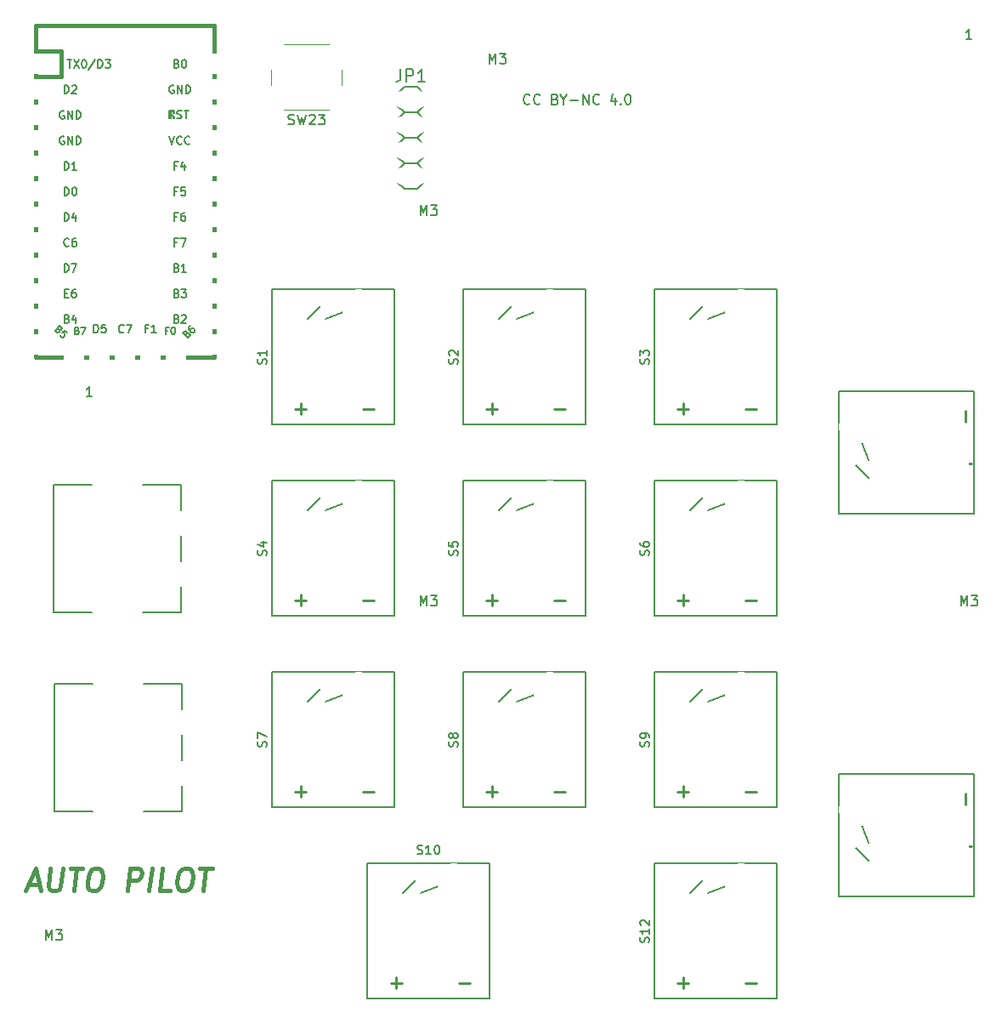
<source format=gto>
G04 #@! TF.GenerationSoftware,KiCad,Pcbnew,(5.1.9)-1*
G04 #@! TF.CreationDate,2021-06-17T16:50:29+01:00*
G04 #@! TF.ProjectId,AutoPilot,4175746f-5069-46c6-9f74-2e6b69636164,0.3*
G04 #@! TF.SameCoordinates,Original*
G04 #@! TF.FileFunction,Legend,Top*
G04 #@! TF.FilePolarity,Positive*
%FSLAX46Y46*%
G04 Gerber Fmt 4.6, Leading zero omitted, Abs format (unit mm)*
G04 Created by KiCad (PCBNEW (5.1.9)-1) date 2021-06-17 16:50:29*
%MOMM*%
%LPD*%
G01*
G04 APERTURE LIST*
%ADD10C,0.381000*%
%ADD11C,0.203200*%
%ADD12C,0.150000*%
%ADD13C,0.120000*%
%ADD14C,0.152400*%
%ADD15C,0.228600*%
%ADD16C,0.177800*%
%ADD17C,0.115824*%
%ADD18C,1.727200*%
%ADD19C,3.505200*%
%ADD20C,3.200001*%
%ADD21C,3.987800*%
%ADD22C,3.048000*%
%ADD23C,4.089400*%
%ADD24C,1.706881*%
%ADD25C,2.235200*%
%ADD26C,3.429000*%
%ADD27C,3.200000*%
%ADD28R,2.000000X3.250000*%
%ADD29R,3.250000X2.000000*%
%ADD30C,1.752600*%
%ADD31R,1.752600X1.752600*%
%ADD32C,2.000000*%
%ADD33O,3.251200X1.727200*%
G04 APERTURE END LIST*
D10*
X78793634Y-138540066D02*
X79833825Y-138540066D01*
X78507582Y-139164180D02*
X79508765Y-136979780D01*
X79963849Y-139164180D01*
X80965032Y-136979780D02*
X80743991Y-138748104D01*
X80822006Y-138956142D01*
X80913022Y-139060161D01*
X81108058Y-139164180D01*
X81524134Y-139164180D01*
X81745175Y-139060161D01*
X81862196Y-138956142D01*
X81992220Y-138748104D01*
X82213261Y-136979780D01*
X82941394Y-136979780D02*
X84189622Y-136979780D01*
X83292458Y-139164180D02*
X83565508Y-136979780D01*
X85333832Y-136979780D02*
X85749908Y-136979780D01*
X85944944Y-137083800D01*
X86126977Y-137291838D01*
X86178987Y-137707914D01*
X86087970Y-138436047D01*
X85931941Y-138852123D01*
X85697899Y-139060161D01*
X85476858Y-139164180D01*
X85060782Y-139164180D01*
X84865746Y-139060161D01*
X84683713Y-138852123D01*
X84631703Y-138436047D01*
X84722720Y-137707914D01*
X84878749Y-137291838D01*
X85112791Y-137083800D01*
X85333832Y-136979780D01*
X88597430Y-139164180D02*
X88870480Y-136979780D01*
X89702632Y-136979780D01*
X89897668Y-137083800D01*
X89988684Y-137187819D01*
X90066699Y-137395857D01*
X90027691Y-137707914D01*
X89897668Y-137915952D01*
X89780646Y-138019971D01*
X89559606Y-138123990D01*
X88727453Y-138123990D01*
X90781830Y-139164180D02*
X91054880Y-136979780D01*
X92862211Y-139164180D02*
X91822020Y-139164180D01*
X92095070Y-136979780D01*
X94279470Y-136979780D02*
X94695546Y-136979780D01*
X94890582Y-137083800D01*
X95072615Y-137291838D01*
X95124625Y-137707914D01*
X95033608Y-138436047D01*
X94877580Y-138852123D01*
X94643537Y-139060161D01*
X94422496Y-139164180D01*
X94006420Y-139164180D01*
X93811384Y-139060161D01*
X93629351Y-138852123D01*
X93577341Y-138436047D01*
X93668358Y-137707914D01*
X93824387Y-137291838D01*
X94058430Y-137083800D01*
X94279470Y-136979780D01*
X95839756Y-136979780D02*
X97087984Y-136979780D01*
X96190820Y-139164180D02*
X96463870Y-136979780D01*
D11*
X93980000Y-106426000D02*
X93980000Y-103886000D01*
X93980000Y-111506000D02*
X93980000Y-108966000D01*
X93980000Y-98806000D02*
X93980000Y-101346000D01*
X90170000Y-98806000D02*
X93980000Y-98806000D01*
X81280000Y-98806000D02*
X85090000Y-98806000D01*
X81280000Y-111506000D02*
X81280000Y-98806000D01*
X85090000Y-111506000D02*
X81280000Y-111506000D01*
X93980000Y-111506000D02*
X90170000Y-111506000D01*
X172974000Y-101663500D02*
X159512000Y-101663500D01*
X172974000Y-89471500D02*
X172974000Y-101663500D01*
X159512000Y-89471500D02*
X172974000Y-89471500D01*
X159512000Y-101663500D02*
X159512000Y-89471500D01*
X161163000Y-93027500D02*
X162433000Y-96329500D01*
X163703000Y-99377500D02*
X161163000Y-96837500D01*
X172974000Y-139763500D02*
X159512000Y-139763500D01*
X172974000Y-127571500D02*
X172974000Y-139763500D01*
X159512000Y-127571500D02*
X172974000Y-127571500D01*
X159512000Y-139763500D02*
X159512000Y-127571500D01*
X161163000Y-131127500D02*
X162433000Y-134429500D01*
X163703000Y-137477500D02*
X161163000Y-134937500D01*
X114808000Y-140652500D02*
X117348000Y-138112500D01*
X121158000Y-138112500D02*
X117856000Y-139382500D01*
X112522000Y-136461500D02*
X124714000Y-136461500D01*
X124714000Y-136461500D02*
X124714000Y-149923500D01*
X124714000Y-149923500D02*
X112522000Y-149923500D01*
X112522000Y-149923500D02*
X112522000Y-136461500D01*
D10*
X79502000Y-55626000D02*
X79502000Y-86106000D01*
X79502000Y-86106000D02*
X97282000Y-86106000D01*
X97282000Y-86106000D02*
X97282000Y-55626000D01*
X82042000Y-55626000D02*
X82042000Y-58166000D01*
X82042000Y-58166000D02*
X79502000Y-58166000D01*
D12*
G36*
X93323568Y-61505360D02*
G01*
X93323568Y-61805360D01*
X93223568Y-61805360D01*
X93223568Y-61505360D01*
X93323568Y-61505360D01*
G37*
X93323568Y-61505360D02*
X93323568Y-61805360D01*
X93223568Y-61805360D01*
X93223568Y-61505360D01*
X93323568Y-61505360D01*
G36*
X93123568Y-61905360D02*
G01*
X93123568Y-62005360D01*
X93023568Y-62005360D01*
X93023568Y-61905360D01*
X93123568Y-61905360D01*
G37*
X93123568Y-61905360D02*
X93123568Y-62005360D01*
X93023568Y-62005360D01*
X93023568Y-61905360D01*
X93123568Y-61905360D01*
G36*
X93323568Y-61505360D02*
G01*
X93323568Y-61605360D01*
X92823568Y-61605360D01*
X92823568Y-61505360D01*
X93323568Y-61505360D01*
G37*
X93323568Y-61505360D02*
X93323568Y-61605360D01*
X92823568Y-61605360D01*
X92823568Y-61505360D01*
X93323568Y-61505360D01*
G36*
X92923568Y-61505360D02*
G01*
X92923568Y-62305360D01*
X92823568Y-62305360D01*
X92823568Y-61505360D01*
X92923568Y-61505360D01*
G37*
X92923568Y-61505360D02*
X92923568Y-62305360D01*
X92823568Y-62305360D01*
X92823568Y-61505360D01*
X92923568Y-61505360D01*
G36*
X93323568Y-62105360D02*
G01*
X93323568Y-62305360D01*
X93223568Y-62305360D01*
X93223568Y-62105360D01*
X93323568Y-62105360D01*
G37*
X93323568Y-62105360D02*
X93323568Y-62305360D01*
X93223568Y-62305360D01*
X93223568Y-62105360D01*
X93323568Y-62105360D01*
D10*
X97282000Y-55626000D02*
X97282000Y-53086000D01*
X97282000Y-53086000D02*
X79502000Y-53086000D01*
X79502000Y-53086000D02*
X79502000Y-55626000D01*
X82042000Y-55626000D02*
X79502000Y-55626000D01*
D11*
X102997000Y-111823500D02*
X102997000Y-98361500D01*
X115189000Y-111823500D02*
X102997000Y-111823500D01*
X115189000Y-98361500D02*
X115189000Y-111823500D01*
X102997000Y-98361500D02*
X115189000Y-98361500D01*
X111633000Y-100012500D02*
X108331000Y-101282500D01*
X105283000Y-102552500D02*
X107823000Y-100012500D01*
D13*
X108728000Y-54952000D02*
X104228000Y-54952000D01*
X109978000Y-58952000D02*
X109978000Y-57452000D01*
X104228000Y-61452000D02*
X108728000Y-61452000D01*
X102978000Y-57452000D02*
X102978000Y-58952000D01*
D14*
X115570000Y-68707000D02*
X115570000Y-67437000D01*
X116205000Y-66802000D02*
X115570000Y-67437000D01*
X118110000Y-67437000D02*
X117475000Y-66802000D01*
X116205000Y-69342000D02*
X115570000Y-68707000D01*
X117475000Y-69342000D02*
X116205000Y-69342000D01*
X118110000Y-68707000D02*
X117475000Y-69342000D01*
X118110000Y-67437000D02*
X118110000Y-68707000D01*
X115570000Y-61087000D02*
X115570000Y-59817000D01*
X116205000Y-59182000D02*
X115570000Y-59817000D01*
X118110000Y-59817000D02*
X117475000Y-59182000D01*
X117475000Y-59182000D02*
X116205000Y-59182000D01*
X115570000Y-62357000D02*
X116205000Y-61722000D01*
X115570000Y-63627000D02*
X115570000Y-62357000D01*
X116205000Y-64262000D02*
X115570000Y-63627000D01*
X117475000Y-64262000D02*
X116205000Y-64262000D01*
X118110000Y-63627000D02*
X117475000Y-64262000D01*
X118110000Y-62357000D02*
X118110000Y-63627000D01*
X117475000Y-61722000D02*
X118110000Y-62357000D01*
X116205000Y-61722000D02*
X115570000Y-61087000D01*
X117475000Y-61722000D02*
X116205000Y-61722000D01*
X118110000Y-61087000D02*
X117475000Y-61722000D01*
X118110000Y-59817000D02*
X118110000Y-61087000D01*
X115570000Y-64897000D02*
X116205000Y-64262000D01*
X115570000Y-66167000D02*
X115570000Y-64897000D01*
X116205000Y-66802000D02*
X115570000Y-66167000D01*
X117475000Y-66802000D02*
X116205000Y-66802000D01*
X118110000Y-66167000D02*
X117475000Y-66802000D01*
X118110000Y-64897000D02*
X118110000Y-66167000D01*
X117475000Y-64262000D02*
X118110000Y-64897000D01*
D11*
X141097000Y-149923500D02*
X141097000Y-136461500D01*
X153289000Y-149923500D02*
X141097000Y-149923500D01*
X153289000Y-136461500D02*
X153289000Y-149923500D01*
X141097000Y-136461500D02*
X153289000Y-136461500D01*
X149733000Y-138112500D02*
X146431000Y-139382500D01*
X143383000Y-140652500D02*
X145923000Y-138112500D01*
X122047000Y-92773500D02*
X122047000Y-79311500D01*
X134239000Y-92773500D02*
X122047000Y-92773500D01*
X134239000Y-79311500D02*
X134239000Y-92773500D01*
X122047000Y-79311500D02*
X134239000Y-79311500D01*
X130683000Y-80962500D02*
X127381000Y-82232500D01*
X124333000Y-83502500D02*
X126873000Y-80962500D01*
X94094300Y-126238000D02*
X94094300Y-123698000D01*
X94094300Y-131318000D02*
X94094300Y-128778000D01*
X94094300Y-118618000D02*
X94094300Y-121158000D01*
X90284300Y-118618000D02*
X94094300Y-118618000D01*
X81394300Y-118618000D02*
X85204300Y-118618000D01*
X81394300Y-131318000D02*
X81394300Y-118618000D01*
X85204300Y-131318000D02*
X81394300Y-131318000D01*
X94094300Y-131318000D02*
X90284300Y-131318000D01*
X141097000Y-92773500D02*
X141097000Y-79311500D01*
X153289000Y-92773500D02*
X141097000Y-92773500D01*
X153289000Y-79311500D02*
X153289000Y-92773500D01*
X141097000Y-79311500D02*
X153289000Y-79311500D01*
X149733000Y-80962500D02*
X146431000Y-82232500D01*
X143383000Y-83502500D02*
X145923000Y-80962500D01*
X122047000Y-111823500D02*
X122047000Y-98361500D01*
X134239000Y-111823500D02*
X122047000Y-111823500D01*
X134239000Y-98361500D02*
X134239000Y-111823500D01*
X122047000Y-98361500D02*
X134239000Y-98361500D01*
X130683000Y-100012500D02*
X127381000Y-101282500D01*
X124333000Y-102552500D02*
X126873000Y-100012500D01*
X141097000Y-111823500D02*
X141097000Y-98361500D01*
X153289000Y-111823500D02*
X141097000Y-111823500D01*
X153289000Y-98361500D02*
X153289000Y-111823500D01*
X141097000Y-98361500D02*
X153289000Y-98361500D01*
X149733000Y-100012500D02*
X146431000Y-101282500D01*
X143383000Y-102552500D02*
X145923000Y-100012500D01*
X102997000Y-130873500D02*
X102997000Y-117411500D01*
X115189000Y-130873500D02*
X102997000Y-130873500D01*
X115189000Y-117411500D02*
X115189000Y-130873500D01*
X102997000Y-117411500D02*
X115189000Y-117411500D01*
X111633000Y-119062500D02*
X108331000Y-120332500D01*
X105283000Y-121602500D02*
X107823000Y-119062500D01*
X122047000Y-130873500D02*
X122047000Y-117411500D01*
X134239000Y-130873500D02*
X122047000Y-130873500D01*
X134239000Y-117411500D02*
X134239000Y-130873500D01*
X122047000Y-117411500D02*
X134239000Y-117411500D01*
X130683000Y-119062500D02*
X127381000Y-120332500D01*
X124333000Y-121602500D02*
X126873000Y-119062500D01*
X141097000Y-130873500D02*
X141097000Y-117411500D01*
X153289000Y-130873500D02*
X141097000Y-130873500D01*
X153289000Y-117411500D02*
X153289000Y-130873500D01*
X141097000Y-117411500D02*
X153289000Y-117411500D01*
X149733000Y-119062500D02*
X146431000Y-120332500D01*
X143383000Y-121602500D02*
X145923000Y-119062500D01*
X102997000Y-92773500D02*
X102997000Y-79311500D01*
X115189000Y-92773500D02*
X102997000Y-92773500D01*
X115189000Y-79311500D02*
X115189000Y-92773500D01*
X102997000Y-79311500D02*
X115189000Y-79311500D01*
X111633000Y-80962500D02*
X108331000Y-82232500D01*
X105283000Y-83502500D02*
X107823000Y-80962500D01*
D12*
X128727154Y-60809142D02*
X128679535Y-60856761D01*
X128536678Y-60904380D01*
X128441440Y-60904380D01*
X128298582Y-60856761D01*
X128203344Y-60761523D01*
X128155725Y-60666285D01*
X128108106Y-60475809D01*
X128108106Y-60332952D01*
X128155725Y-60142476D01*
X128203344Y-60047238D01*
X128298582Y-59952000D01*
X128441440Y-59904380D01*
X128536678Y-59904380D01*
X128679535Y-59952000D01*
X128727154Y-59999619D01*
X129727154Y-60809142D02*
X129679535Y-60856761D01*
X129536678Y-60904380D01*
X129441440Y-60904380D01*
X129298582Y-60856761D01*
X129203344Y-60761523D01*
X129155725Y-60666285D01*
X129108106Y-60475809D01*
X129108106Y-60332952D01*
X129155725Y-60142476D01*
X129203344Y-60047238D01*
X129298582Y-59952000D01*
X129441440Y-59904380D01*
X129536678Y-59904380D01*
X129679535Y-59952000D01*
X129727154Y-59999619D01*
X131250963Y-60380571D02*
X131393820Y-60428190D01*
X131441440Y-60475809D01*
X131489059Y-60571047D01*
X131489059Y-60713904D01*
X131441440Y-60809142D01*
X131393820Y-60856761D01*
X131298582Y-60904380D01*
X130917630Y-60904380D01*
X130917630Y-59904380D01*
X131250963Y-59904380D01*
X131346201Y-59952000D01*
X131393820Y-59999619D01*
X131441440Y-60094857D01*
X131441440Y-60190095D01*
X131393820Y-60285333D01*
X131346201Y-60332952D01*
X131250963Y-60380571D01*
X130917630Y-60380571D01*
X132108106Y-60428190D02*
X132108106Y-60904380D01*
X131774773Y-59904380D02*
X132108106Y-60428190D01*
X132441440Y-59904380D01*
X132774773Y-60523428D02*
X133536678Y-60523428D01*
X134012868Y-60904380D02*
X134012868Y-59904380D01*
X134584297Y-60904380D01*
X134584297Y-59904380D01*
X135631916Y-60809142D02*
X135584297Y-60856761D01*
X135441440Y-60904380D01*
X135346201Y-60904380D01*
X135203344Y-60856761D01*
X135108106Y-60761523D01*
X135060487Y-60666285D01*
X135012868Y-60475809D01*
X135012868Y-60332952D01*
X135060487Y-60142476D01*
X135108106Y-60047238D01*
X135203344Y-59952000D01*
X135346201Y-59904380D01*
X135441440Y-59904380D01*
X135584297Y-59952000D01*
X135631916Y-59999619D01*
X137250963Y-60237714D02*
X137250963Y-60904380D01*
X137012868Y-59856761D02*
X136774773Y-60571047D01*
X137393820Y-60571047D01*
X137774773Y-60809142D02*
X137822392Y-60856761D01*
X137774773Y-60904380D01*
X137727154Y-60856761D01*
X137774773Y-60809142D01*
X137774773Y-60904380D01*
X138441440Y-59904380D02*
X138536678Y-59904380D01*
X138631916Y-59952000D01*
X138679535Y-59999619D01*
X138727154Y-60094857D01*
X138774773Y-60285333D01*
X138774773Y-60523428D01*
X138727154Y-60713904D01*
X138679535Y-60809142D01*
X138631916Y-60856761D01*
X138536678Y-60904380D01*
X138441440Y-60904380D01*
X138346201Y-60856761D01*
X138298582Y-60809142D01*
X138250963Y-60713904D01*
X138203344Y-60523428D01*
X138203344Y-60285333D01*
X138250963Y-60094857D01*
X138298582Y-59999619D01*
X138346201Y-59952000D01*
X138441440Y-59904380D01*
X85121714Y-89978380D02*
X84550285Y-89978380D01*
X84836000Y-89978380D02*
X84836000Y-88978380D01*
X84740761Y-89121238D01*
X84645523Y-89216476D01*
X84550285Y-89264095D01*
D15*
X172150314Y-97233195D02*
X172150314Y-96130110D01*
X172701857Y-96681652D02*
X171598771Y-96681652D01*
X172150314Y-92534195D02*
X172150314Y-91431110D01*
X172150314Y-135333195D02*
X172150314Y-134230110D01*
X172701857Y-134781652D02*
X171598771Y-134781652D01*
X172150314Y-130634195D02*
X172150314Y-129531110D01*
D16*
X117517333Y-135487833D02*
X117644333Y-135530166D01*
X117856000Y-135530166D01*
X117940666Y-135487833D01*
X117983000Y-135445500D01*
X118025333Y-135360833D01*
X118025333Y-135276166D01*
X117983000Y-135191500D01*
X117940666Y-135149166D01*
X117856000Y-135106833D01*
X117686666Y-135064500D01*
X117602000Y-135022166D01*
X117559666Y-134979833D01*
X117517333Y-134895166D01*
X117517333Y-134810500D01*
X117559666Y-134725833D01*
X117602000Y-134683500D01*
X117686666Y-134641166D01*
X117898333Y-134641166D01*
X118025333Y-134683500D01*
X118872000Y-135530166D02*
X118364000Y-135530166D01*
X118618000Y-135530166D02*
X118618000Y-134641166D01*
X118533333Y-134768166D01*
X118448666Y-134852833D01*
X118364000Y-134895166D01*
X119422333Y-134641166D02*
X119507000Y-134641166D01*
X119591666Y-134683500D01*
X119634000Y-134725833D01*
X119676333Y-134810500D01*
X119718666Y-134979833D01*
X119718666Y-135191500D01*
X119676333Y-135360833D01*
X119634000Y-135445500D01*
X119591666Y-135487833D01*
X119507000Y-135530166D01*
X119422333Y-135530166D01*
X119337666Y-135487833D01*
X119295333Y-135445500D01*
X119253000Y-135360833D01*
X119210666Y-135191500D01*
X119210666Y-134979833D01*
X119253000Y-134810500D01*
X119295333Y-134725833D01*
X119337666Y-134683500D01*
X119422333Y-134641166D01*
D15*
X121651304Y-148375914D02*
X122754390Y-148375914D01*
X114862610Y-148375914D02*
X115965695Y-148375914D01*
X115414152Y-148927457D02*
X115414152Y-147824371D01*
D12*
X117808476Y-110806380D02*
X117808476Y-109806380D01*
X118141809Y-110520666D01*
X118475142Y-109806380D01*
X118475142Y-110806380D01*
X118856095Y-109806380D02*
X119475142Y-109806380D01*
X119141809Y-110187333D01*
X119284666Y-110187333D01*
X119379904Y-110234952D01*
X119427523Y-110282571D01*
X119475142Y-110377809D01*
X119475142Y-110615904D01*
X119427523Y-110711142D01*
X119379904Y-110758761D01*
X119284666Y-110806380D01*
X118998952Y-110806380D01*
X118903714Y-110758761D01*
X118856095Y-110711142D01*
X93529190Y-82238857D02*
X93643476Y-82276952D01*
X93681571Y-82315047D01*
X93719666Y-82391238D01*
X93719666Y-82505523D01*
X93681571Y-82581714D01*
X93643476Y-82619809D01*
X93567285Y-82657904D01*
X93262523Y-82657904D01*
X93262523Y-81857904D01*
X93529190Y-81857904D01*
X93605380Y-81896000D01*
X93643476Y-81934095D01*
X93681571Y-82010285D01*
X93681571Y-82086476D01*
X93643476Y-82162666D01*
X93605380Y-82200761D01*
X93529190Y-82238857D01*
X93262523Y-82238857D01*
X94024428Y-81934095D02*
X94062523Y-81896000D01*
X94138714Y-81857904D01*
X94329190Y-81857904D01*
X94405380Y-81896000D01*
X94443476Y-81934095D01*
X94481571Y-82010285D01*
X94481571Y-82086476D01*
X94443476Y-82200761D01*
X93986333Y-82657904D01*
X94481571Y-82657904D01*
X93586333Y-74618857D02*
X93319666Y-74618857D01*
X93319666Y-75037904D02*
X93319666Y-74237904D01*
X93700619Y-74237904D01*
X93929190Y-74237904D02*
X94462523Y-74237904D01*
X94119666Y-75037904D01*
X93586333Y-72078857D02*
X93319666Y-72078857D01*
X93319666Y-72497904D02*
X93319666Y-71697904D01*
X93700619Y-71697904D01*
X94348238Y-71697904D02*
X94195857Y-71697904D01*
X94119666Y-71736000D01*
X94081571Y-71774095D01*
X94005380Y-71888380D01*
X93967285Y-72040761D01*
X93967285Y-72345523D01*
X94005380Y-72421714D01*
X94043476Y-72459809D01*
X94119666Y-72497904D01*
X94272047Y-72497904D01*
X94348238Y-72459809D01*
X94386333Y-72421714D01*
X94424428Y-72345523D01*
X94424428Y-72155047D01*
X94386333Y-72078857D01*
X94348238Y-72040761D01*
X94272047Y-72002666D01*
X94119666Y-72002666D01*
X94043476Y-72040761D01*
X94005380Y-72078857D01*
X93967285Y-72155047D01*
X93586333Y-69538857D02*
X93319666Y-69538857D01*
X93319666Y-69957904D02*
X93319666Y-69157904D01*
X93700619Y-69157904D01*
X94386333Y-69157904D02*
X94005380Y-69157904D01*
X93967285Y-69538857D01*
X94005380Y-69500761D01*
X94081571Y-69462666D01*
X94272047Y-69462666D01*
X94348238Y-69500761D01*
X94386333Y-69538857D01*
X94424428Y-69615047D01*
X94424428Y-69805523D01*
X94386333Y-69881714D01*
X94348238Y-69919809D01*
X94272047Y-69957904D01*
X94081571Y-69957904D01*
X94005380Y-69919809D01*
X93967285Y-69881714D01*
X93529190Y-56838857D02*
X93643476Y-56876952D01*
X93681571Y-56915047D01*
X93719666Y-56991238D01*
X93719666Y-57105523D01*
X93681571Y-57181714D01*
X93643476Y-57219809D01*
X93567285Y-57257904D01*
X93262523Y-57257904D01*
X93262523Y-56457904D01*
X93529190Y-56457904D01*
X93605380Y-56496000D01*
X93643476Y-56534095D01*
X93681571Y-56610285D01*
X93681571Y-56686476D01*
X93643476Y-56762666D01*
X93605380Y-56800761D01*
X93529190Y-56838857D01*
X93262523Y-56838857D01*
X94214904Y-56457904D02*
X94291095Y-56457904D01*
X94367285Y-56496000D01*
X94405380Y-56534095D01*
X94443476Y-56610285D01*
X94481571Y-56762666D01*
X94481571Y-56953142D01*
X94443476Y-57105523D01*
X94405380Y-57181714D01*
X94367285Y-57219809D01*
X94291095Y-57257904D01*
X94214904Y-57257904D01*
X94138714Y-57219809D01*
X94100619Y-57181714D01*
X94062523Y-57105523D01*
X94024428Y-56953142D01*
X94024428Y-56762666D01*
X94062523Y-56610285D01*
X94100619Y-56534095D01*
X94138714Y-56496000D01*
X94214904Y-56457904D01*
X93243476Y-59036000D02*
X93167285Y-58997904D01*
X93053000Y-58997904D01*
X92938714Y-59036000D01*
X92862523Y-59112190D01*
X92824428Y-59188380D01*
X92786333Y-59340761D01*
X92786333Y-59455047D01*
X92824428Y-59607428D01*
X92862523Y-59683619D01*
X92938714Y-59759809D01*
X93053000Y-59797904D01*
X93129190Y-59797904D01*
X93243476Y-59759809D01*
X93281571Y-59721714D01*
X93281571Y-59455047D01*
X93129190Y-59455047D01*
X93624428Y-59797904D02*
X93624428Y-58997904D01*
X94081571Y-59797904D01*
X94081571Y-58997904D01*
X94462523Y-59797904D02*
X94462523Y-58997904D01*
X94653000Y-58997904D01*
X94767285Y-59036000D01*
X94843476Y-59112190D01*
X94881571Y-59188380D01*
X94919666Y-59340761D01*
X94919666Y-59455047D01*
X94881571Y-59607428D01*
X94843476Y-59683619D01*
X94767285Y-59759809D01*
X94653000Y-59797904D01*
X94462523Y-59797904D01*
X93591786Y-62269809D02*
X93706072Y-62307904D01*
X93896548Y-62307904D01*
X93972739Y-62269809D01*
X94010834Y-62231714D01*
X94048929Y-62155523D01*
X94048929Y-62079333D01*
X94010834Y-62003142D01*
X93972739Y-61965047D01*
X93896548Y-61926952D01*
X93744167Y-61888857D01*
X93667977Y-61850761D01*
X93629881Y-61812666D01*
X93591786Y-61736476D01*
X93591786Y-61660285D01*
X93629881Y-61584095D01*
X93667977Y-61546000D01*
X93744167Y-61507904D01*
X93934643Y-61507904D01*
X94048929Y-61546000D01*
X94277500Y-61507904D02*
X94734643Y-61507904D01*
X94506072Y-62307904D02*
X94506072Y-61507904D01*
X92786333Y-64077904D02*
X93053000Y-64877904D01*
X93319666Y-64077904D01*
X94043476Y-64801714D02*
X94005380Y-64839809D01*
X93891095Y-64877904D01*
X93814904Y-64877904D01*
X93700619Y-64839809D01*
X93624428Y-64763619D01*
X93586333Y-64687428D01*
X93548238Y-64535047D01*
X93548238Y-64420761D01*
X93586333Y-64268380D01*
X93624428Y-64192190D01*
X93700619Y-64116000D01*
X93814904Y-64077904D01*
X93891095Y-64077904D01*
X94005380Y-64116000D01*
X94043476Y-64154095D01*
X94843476Y-64801714D02*
X94805380Y-64839809D01*
X94691095Y-64877904D01*
X94614904Y-64877904D01*
X94500619Y-64839809D01*
X94424428Y-64763619D01*
X94386333Y-64687428D01*
X94348238Y-64535047D01*
X94348238Y-64420761D01*
X94386333Y-64268380D01*
X94424428Y-64192190D01*
X94500619Y-64116000D01*
X94614904Y-64077904D01*
X94691095Y-64077904D01*
X94805380Y-64116000D01*
X94843476Y-64154095D01*
X93586333Y-66998857D02*
X93319666Y-66998857D01*
X93319666Y-67417904D02*
X93319666Y-66617904D01*
X93700619Y-66617904D01*
X94348238Y-66884571D02*
X94348238Y-67417904D01*
X94157761Y-66579809D02*
X93967285Y-67151238D01*
X94462523Y-67151238D01*
X93529190Y-77158857D02*
X93643476Y-77196952D01*
X93681571Y-77235047D01*
X93719666Y-77311238D01*
X93719666Y-77425523D01*
X93681571Y-77501714D01*
X93643476Y-77539809D01*
X93567285Y-77577904D01*
X93262523Y-77577904D01*
X93262523Y-76777904D01*
X93529190Y-76777904D01*
X93605380Y-76816000D01*
X93643476Y-76854095D01*
X93681571Y-76930285D01*
X93681571Y-77006476D01*
X93643476Y-77082666D01*
X93605380Y-77120761D01*
X93529190Y-77158857D01*
X93262523Y-77158857D01*
X94481571Y-77577904D02*
X94024428Y-77577904D01*
X94253000Y-77577904D02*
X94253000Y-76777904D01*
X94176809Y-76892190D01*
X94100619Y-76968380D01*
X94024428Y-77006476D01*
X93529190Y-79698857D02*
X93643476Y-79736952D01*
X93681571Y-79775047D01*
X93719666Y-79851238D01*
X93719666Y-79965523D01*
X93681571Y-80041714D01*
X93643476Y-80079809D01*
X93567285Y-80117904D01*
X93262523Y-80117904D01*
X93262523Y-79317904D01*
X93529190Y-79317904D01*
X93605380Y-79356000D01*
X93643476Y-79394095D01*
X93681571Y-79470285D01*
X93681571Y-79546476D01*
X93643476Y-79622666D01*
X93605380Y-79660761D01*
X93529190Y-79698857D01*
X93262523Y-79698857D01*
X93986333Y-79317904D02*
X94481571Y-79317904D01*
X94214904Y-79622666D01*
X94329190Y-79622666D01*
X94405380Y-79660761D01*
X94443476Y-79698857D01*
X94481571Y-79775047D01*
X94481571Y-79965523D01*
X94443476Y-80041714D01*
X94405380Y-80079809D01*
X94329190Y-80117904D01*
X94100619Y-80117904D01*
X94024428Y-80079809D01*
X93986333Y-80041714D01*
X81827008Y-83330297D02*
X81874148Y-83424578D01*
X81874148Y-83471719D01*
X81850578Y-83542429D01*
X81779867Y-83613140D01*
X81709157Y-83636710D01*
X81662016Y-83636710D01*
X81591306Y-83613140D01*
X81402744Y-83424578D01*
X81897719Y-82929603D01*
X82062710Y-83094595D01*
X82086280Y-83165306D01*
X82086280Y-83212446D01*
X82062710Y-83283157D01*
X82015570Y-83330297D01*
X81944859Y-83353867D01*
X81897719Y-83353867D01*
X81827008Y-83330297D01*
X81662016Y-83165306D01*
X82628396Y-83660280D02*
X82392693Y-83424578D01*
X82133421Y-83636710D01*
X82180561Y-83636710D01*
X82251272Y-83660280D01*
X82369123Y-83778132D01*
X82392693Y-83848842D01*
X82392693Y-83895983D01*
X82369123Y-83966693D01*
X82251272Y-84084544D01*
X82180561Y-84108115D01*
X82133421Y-84108115D01*
X82062710Y-84084544D01*
X81944859Y-83966693D01*
X81921289Y-83895983D01*
X81921289Y-83848842D01*
X82607190Y-82238857D02*
X82721476Y-82276952D01*
X82759571Y-82315047D01*
X82797666Y-82391238D01*
X82797666Y-82505523D01*
X82759571Y-82581714D01*
X82721476Y-82619809D01*
X82645285Y-82657904D01*
X82340523Y-82657904D01*
X82340523Y-81857904D01*
X82607190Y-81857904D01*
X82683380Y-81896000D01*
X82721476Y-81934095D01*
X82759571Y-82010285D01*
X82759571Y-82086476D01*
X82721476Y-82162666D01*
X82683380Y-82200761D01*
X82607190Y-82238857D01*
X82340523Y-82238857D01*
X83483380Y-82124571D02*
X83483380Y-82657904D01*
X83292904Y-81819809D02*
X83102428Y-82391238D01*
X83597666Y-82391238D01*
X82378619Y-79698857D02*
X82645285Y-79698857D01*
X82759571Y-80117904D02*
X82378619Y-80117904D01*
X82378619Y-79317904D01*
X82759571Y-79317904D01*
X83445285Y-79317904D02*
X83292904Y-79317904D01*
X83216714Y-79356000D01*
X83178619Y-79394095D01*
X83102428Y-79508380D01*
X83064333Y-79660761D01*
X83064333Y-79965523D01*
X83102428Y-80041714D01*
X83140523Y-80079809D01*
X83216714Y-80117904D01*
X83369095Y-80117904D01*
X83445285Y-80079809D01*
X83483380Y-80041714D01*
X83521476Y-79965523D01*
X83521476Y-79775047D01*
X83483380Y-79698857D01*
X83445285Y-79660761D01*
X83369095Y-79622666D01*
X83216714Y-79622666D01*
X83140523Y-79660761D01*
X83102428Y-79698857D01*
X83064333Y-79775047D01*
X82340523Y-77577904D02*
X82340523Y-76777904D01*
X82531000Y-76777904D01*
X82645285Y-76816000D01*
X82721476Y-76892190D01*
X82759571Y-76968380D01*
X82797666Y-77120761D01*
X82797666Y-77235047D01*
X82759571Y-77387428D01*
X82721476Y-77463619D01*
X82645285Y-77539809D01*
X82531000Y-77577904D01*
X82340523Y-77577904D01*
X83064333Y-76777904D02*
X83597666Y-76777904D01*
X83254809Y-77577904D01*
X82797666Y-74961714D02*
X82759571Y-74999809D01*
X82645285Y-75037904D01*
X82569095Y-75037904D01*
X82454809Y-74999809D01*
X82378619Y-74923619D01*
X82340523Y-74847428D01*
X82302428Y-74695047D01*
X82302428Y-74580761D01*
X82340523Y-74428380D01*
X82378619Y-74352190D01*
X82454809Y-74276000D01*
X82569095Y-74237904D01*
X82645285Y-74237904D01*
X82759571Y-74276000D01*
X82797666Y-74314095D01*
X83483380Y-74237904D02*
X83331000Y-74237904D01*
X83254809Y-74276000D01*
X83216714Y-74314095D01*
X83140523Y-74428380D01*
X83102428Y-74580761D01*
X83102428Y-74885523D01*
X83140523Y-74961714D01*
X83178619Y-74999809D01*
X83254809Y-75037904D01*
X83407190Y-75037904D01*
X83483380Y-74999809D01*
X83521476Y-74961714D01*
X83559571Y-74885523D01*
X83559571Y-74695047D01*
X83521476Y-74618857D01*
X83483380Y-74580761D01*
X83407190Y-74542666D01*
X83254809Y-74542666D01*
X83178619Y-74580761D01*
X83140523Y-74618857D01*
X83102428Y-74695047D01*
X82340523Y-72497904D02*
X82340523Y-71697904D01*
X82531000Y-71697904D01*
X82645285Y-71736000D01*
X82721476Y-71812190D01*
X82759571Y-71888380D01*
X82797666Y-72040761D01*
X82797666Y-72155047D01*
X82759571Y-72307428D01*
X82721476Y-72383619D01*
X82645285Y-72459809D01*
X82531000Y-72497904D01*
X82340523Y-72497904D01*
X83483380Y-71964571D02*
X83483380Y-72497904D01*
X83292904Y-71659809D02*
X83102428Y-72231238D01*
X83597666Y-72231238D01*
X82321476Y-61576000D02*
X82245285Y-61537904D01*
X82131000Y-61537904D01*
X82016714Y-61576000D01*
X81940523Y-61652190D01*
X81902428Y-61728380D01*
X81864333Y-61880761D01*
X81864333Y-61995047D01*
X81902428Y-62147428D01*
X81940523Y-62223619D01*
X82016714Y-62299809D01*
X82131000Y-62337904D01*
X82207190Y-62337904D01*
X82321476Y-62299809D01*
X82359571Y-62261714D01*
X82359571Y-61995047D01*
X82207190Y-61995047D01*
X82702428Y-62337904D02*
X82702428Y-61537904D01*
X83159571Y-62337904D01*
X83159571Y-61537904D01*
X83540523Y-62337904D02*
X83540523Y-61537904D01*
X83731000Y-61537904D01*
X83845285Y-61576000D01*
X83921476Y-61652190D01*
X83959571Y-61728380D01*
X83997666Y-61880761D01*
X83997666Y-61995047D01*
X83959571Y-62147428D01*
X83921476Y-62223619D01*
X83845285Y-62299809D01*
X83731000Y-62337904D01*
X83540523Y-62337904D01*
X82321476Y-64116000D02*
X82245285Y-64077904D01*
X82131000Y-64077904D01*
X82016714Y-64116000D01*
X81940523Y-64192190D01*
X81902428Y-64268380D01*
X81864333Y-64420761D01*
X81864333Y-64535047D01*
X81902428Y-64687428D01*
X81940523Y-64763619D01*
X82016714Y-64839809D01*
X82131000Y-64877904D01*
X82207190Y-64877904D01*
X82321476Y-64839809D01*
X82359571Y-64801714D01*
X82359571Y-64535047D01*
X82207190Y-64535047D01*
X82702428Y-64877904D02*
X82702428Y-64077904D01*
X83159571Y-64877904D01*
X83159571Y-64077904D01*
X83540523Y-64877904D02*
X83540523Y-64077904D01*
X83731000Y-64077904D01*
X83845285Y-64116000D01*
X83921476Y-64192190D01*
X83959571Y-64268380D01*
X83997666Y-64420761D01*
X83997666Y-64535047D01*
X83959571Y-64687428D01*
X83921476Y-64763619D01*
X83845285Y-64839809D01*
X83731000Y-64877904D01*
X83540523Y-64877904D01*
X82340523Y-67417904D02*
X82340523Y-66617904D01*
X82531000Y-66617904D01*
X82645285Y-66656000D01*
X82721476Y-66732190D01*
X82759571Y-66808380D01*
X82797666Y-66960761D01*
X82797666Y-67075047D01*
X82759571Y-67227428D01*
X82721476Y-67303619D01*
X82645285Y-67379809D01*
X82531000Y-67417904D01*
X82340523Y-67417904D01*
X83559571Y-67417904D02*
X83102428Y-67417904D01*
X83331000Y-67417904D02*
X83331000Y-66617904D01*
X83254809Y-66732190D01*
X83178619Y-66808380D01*
X83102428Y-66846476D01*
X82340523Y-69957904D02*
X82340523Y-69157904D01*
X82531000Y-69157904D01*
X82645285Y-69196000D01*
X82721476Y-69272190D01*
X82759571Y-69348380D01*
X82797666Y-69500761D01*
X82797666Y-69615047D01*
X82759571Y-69767428D01*
X82721476Y-69843619D01*
X82645285Y-69919809D01*
X82531000Y-69957904D01*
X82340523Y-69957904D01*
X83292904Y-69157904D02*
X83369095Y-69157904D01*
X83445285Y-69196000D01*
X83483380Y-69234095D01*
X83521476Y-69310285D01*
X83559571Y-69462666D01*
X83559571Y-69653142D01*
X83521476Y-69805523D01*
X83483380Y-69881714D01*
X83445285Y-69919809D01*
X83369095Y-69957904D01*
X83292904Y-69957904D01*
X83216714Y-69919809D01*
X83178619Y-69881714D01*
X83140523Y-69805523D01*
X83102428Y-69653142D01*
X83102428Y-69462666D01*
X83140523Y-69310285D01*
X83178619Y-69234095D01*
X83216714Y-69196000D01*
X83292904Y-69157904D01*
X82340523Y-59797904D02*
X82340523Y-58997904D01*
X82531000Y-58997904D01*
X82645285Y-59036000D01*
X82721476Y-59112190D01*
X82759571Y-59188380D01*
X82797666Y-59340761D01*
X82797666Y-59455047D01*
X82759571Y-59607428D01*
X82721476Y-59683619D01*
X82645285Y-59759809D01*
X82531000Y-59797904D01*
X82340523Y-59797904D01*
X83102428Y-59074095D02*
X83140523Y-59036000D01*
X83216714Y-58997904D01*
X83407190Y-58997904D01*
X83483380Y-59036000D01*
X83521476Y-59074095D01*
X83559571Y-59150285D01*
X83559571Y-59226476D01*
X83521476Y-59340761D01*
X83064333Y-59797904D01*
X83559571Y-59797904D01*
X82629651Y-56457904D02*
X83086794Y-56457904D01*
X82858223Y-57257904D02*
X82858223Y-56457904D01*
X83277270Y-56457904D02*
X83810604Y-57257904D01*
X83810604Y-56457904D02*
X83277270Y-57257904D01*
X84267747Y-56457904D02*
X84343937Y-56457904D01*
X84420128Y-56496000D01*
X84458223Y-56534095D01*
X84496318Y-56610285D01*
X84534413Y-56762666D01*
X84534413Y-56953142D01*
X84496318Y-57105523D01*
X84458223Y-57181714D01*
X84420128Y-57219809D01*
X84343937Y-57257904D01*
X84267747Y-57257904D01*
X84191556Y-57219809D01*
X84153461Y-57181714D01*
X84115366Y-57105523D01*
X84077270Y-56953142D01*
X84077270Y-56762666D01*
X84115366Y-56610285D01*
X84153461Y-56534095D01*
X84191556Y-56496000D01*
X84267747Y-56457904D01*
X85448699Y-56419809D02*
X84762985Y-57448380D01*
X85715366Y-57257904D02*
X85715366Y-56457904D01*
X85905842Y-56457904D01*
X86020128Y-56496000D01*
X86096318Y-56572190D01*
X86134413Y-56648380D01*
X86172508Y-56800761D01*
X86172508Y-56915047D01*
X86134413Y-57067428D01*
X86096318Y-57143619D01*
X86020128Y-57219809D01*
X85905842Y-57257904D01*
X85715366Y-57257904D01*
X86439175Y-56457904D02*
X86934413Y-56457904D01*
X86667747Y-56762666D01*
X86782032Y-56762666D01*
X86858223Y-56800761D01*
X86896318Y-56838857D01*
X86934413Y-56915047D01*
X86934413Y-57105523D01*
X86896318Y-57181714D01*
X86858223Y-57219809D01*
X86782032Y-57257904D01*
X86553461Y-57257904D01*
X86477270Y-57219809D01*
X86439175Y-57181714D01*
X83608666Y-83416000D02*
X83708666Y-83449333D01*
X83742000Y-83482666D01*
X83775333Y-83549333D01*
X83775333Y-83649333D01*
X83742000Y-83716000D01*
X83708666Y-83749333D01*
X83642000Y-83782666D01*
X83375333Y-83782666D01*
X83375333Y-83082666D01*
X83608666Y-83082666D01*
X83675333Y-83116000D01*
X83708666Y-83149333D01*
X83742000Y-83216000D01*
X83742000Y-83282666D01*
X83708666Y-83349333D01*
X83675333Y-83382666D01*
X83608666Y-83416000D01*
X83375333Y-83416000D01*
X84008666Y-83082666D02*
X84475333Y-83082666D01*
X84175333Y-83782666D01*
X92658666Y-83416000D02*
X92425333Y-83416000D01*
X92425333Y-83782666D02*
X92425333Y-83082666D01*
X92758666Y-83082666D01*
X93158666Y-83082666D02*
X93225333Y-83082666D01*
X93292000Y-83116000D01*
X93325333Y-83149333D01*
X93358666Y-83216000D01*
X93392000Y-83349333D01*
X93392000Y-83516000D01*
X93358666Y-83649333D01*
X93325333Y-83716000D01*
X93292000Y-83749333D01*
X93225333Y-83782666D01*
X93158666Y-83782666D01*
X93092000Y-83749333D01*
X93058666Y-83716000D01*
X93025333Y-83649333D01*
X92992000Y-83516000D01*
X92992000Y-83349333D01*
X93025333Y-83216000D01*
X93058666Y-83149333D01*
X93092000Y-83116000D01*
X93158666Y-83082666D01*
X94556297Y-83730991D02*
X94650578Y-83683851D01*
X94697719Y-83683851D01*
X94768429Y-83707421D01*
X94839140Y-83778132D01*
X94862710Y-83848842D01*
X94862710Y-83895983D01*
X94839140Y-83966693D01*
X94650578Y-84155255D01*
X94155603Y-83660280D01*
X94320595Y-83495289D01*
X94391306Y-83471719D01*
X94438446Y-83471719D01*
X94509157Y-83495289D01*
X94556297Y-83542429D01*
X94579867Y-83613140D01*
X94579867Y-83660280D01*
X94556297Y-83730991D01*
X94391306Y-83895983D01*
X94862710Y-82953174D02*
X94768429Y-83047455D01*
X94744859Y-83118165D01*
X94744859Y-83165306D01*
X94768429Y-83283157D01*
X94839140Y-83401008D01*
X95027702Y-83589570D01*
X95098412Y-83613140D01*
X95145553Y-83613140D01*
X95216264Y-83589570D01*
X95310544Y-83495289D01*
X95334115Y-83424578D01*
X95334115Y-83377438D01*
X95310544Y-83306727D01*
X95192693Y-83188876D01*
X95121983Y-83165306D01*
X95074842Y-83165306D01*
X95004132Y-83188876D01*
X94909851Y-83283157D01*
X94886280Y-83353867D01*
X94886280Y-83401008D01*
X94909851Y-83471719D01*
X88258666Y-83551714D02*
X88220571Y-83589809D01*
X88106285Y-83627904D01*
X88030095Y-83627904D01*
X87915809Y-83589809D01*
X87839619Y-83513619D01*
X87801523Y-83437428D01*
X87763428Y-83285047D01*
X87763428Y-83170761D01*
X87801523Y-83018380D01*
X87839619Y-82942190D01*
X87915809Y-82866000D01*
X88030095Y-82827904D01*
X88106285Y-82827904D01*
X88220571Y-82866000D01*
X88258666Y-82904095D01*
X88525333Y-82827904D02*
X89058666Y-82827904D01*
X88715809Y-83627904D01*
X90665333Y-83208857D02*
X90398666Y-83208857D01*
X90398666Y-83627904D02*
X90398666Y-82827904D01*
X90779619Y-82827904D01*
X91503428Y-83627904D02*
X91046285Y-83627904D01*
X91274857Y-83627904D02*
X91274857Y-82827904D01*
X91198666Y-82942190D01*
X91122476Y-83018380D01*
X91046285Y-83056476D01*
X85261523Y-83627904D02*
X85261523Y-82827904D01*
X85452000Y-82827904D01*
X85566285Y-82866000D01*
X85642476Y-82942190D01*
X85680571Y-83018380D01*
X85718666Y-83170761D01*
X85718666Y-83285047D01*
X85680571Y-83437428D01*
X85642476Y-83513619D01*
X85566285Y-83589809D01*
X85452000Y-83627904D01*
X85261523Y-83627904D01*
X86442476Y-82827904D02*
X86061523Y-82827904D01*
X86023428Y-83208857D01*
X86061523Y-83170761D01*
X86137714Y-83132666D01*
X86328190Y-83132666D01*
X86404380Y-83170761D01*
X86442476Y-83208857D01*
X86480571Y-83285047D01*
X86480571Y-83475523D01*
X86442476Y-83551714D01*
X86404380Y-83589809D01*
X86328190Y-83627904D01*
X86137714Y-83627904D01*
X86061523Y-83589809D01*
X86023428Y-83551714D01*
X117808476Y-71944380D02*
X117808476Y-70944380D01*
X118141809Y-71658666D01*
X118475142Y-70944380D01*
X118475142Y-71944380D01*
X118856095Y-70944380D02*
X119475142Y-70944380D01*
X119141809Y-71325333D01*
X119284666Y-71325333D01*
X119379904Y-71372952D01*
X119427523Y-71420571D01*
X119475142Y-71515809D01*
X119475142Y-71753904D01*
X119427523Y-71849142D01*
X119379904Y-71896761D01*
X119284666Y-71944380D01*
X118998952Y-71944380D01*
X118903714Y-71896761D01*
X118856095Y-71849142D01*
X124666476Y-56840380D02*
X124666476Y-55840380D01*
X124999809Y-56554666D01*
X125333142Y-55840380D01*
X125333142Y-56840380D01*
X125714095Y-55840380D02*
X126333142Y-55840380D01*
X125999809Y-56221333D01*
X126142666Y-56221333D01*
X126237904Y-56268952D01*
X126285523Y-56316571D01*
X126333142Y-56411809D01*
X126333142Y-56649904D01*
X126285523Y-56745142D01*
X126237904Y-56792761D01*
X126142666Y-56840380D01*
X125856952Y-56840380D01*
X125761714Y-56792761D01*
X125714095Y-56745142D01*
X172751714Y-54418380D02*
X172180285Y-54418380D01*
X172466000Y-54418380D02*
X172466000Y-53418380D01*
X172370761Y-53561238D01*
X172275523Y-53656476D01*
X172180285Y-53704095D01*
X80470476Y-144080380D02*
X80470476Y-143080380D01*
X80803809Y-143794666D01*
X81137142Y-143080380D01*
X81137142Y-144080380D01*
X81518095Y-143080380D02*
X82137142Y-143080380D01*
X81803809Y-143461333D01*
X81946666Y-143461333D01*
X82041904Y-143508952D01*
X82089523Y-143556571D01*
X82137142Y-143651809D01*
X82137142Y-143889904D01*
X82089523Y-143985142D01*
X82041904Y-144032761D01*
X81946666Y-144080380D01*
X81660952Y-144080380D01*
X81565714Y-144032761D01*
X81518095Y-143985142D01*
X171656476Y-110806380D02*
X171656476Y-109806380D01*
X171989809Y-110520666D01*
X172323142Y-109806380D01*
X172323142Y-110806380D01*
X172704095Y-109806380D02*
X173323142Y-109806380D01*
X172989809Y-110187333D01*
X173132666Y-110187333D01*
X173227904Y-110234952D01*
X173275523Y-110282571D01*
X173323142Y-110377809D01*
X173323142Y-110615904D01*
X173275523Y-110711142D01*
X173227904Y-110758761D01*
X173132666Y-110806380D01*
X172846952Y-110806380D01*
X172751714Y-110758761D01*
X172704095Y-110711142D01*
D16*
X102467833Y-105769833D02*
X102510166Y-105642833D01*
X102510166Y-105431166D01*
X102467833Y-105346500D01*
X102425500Y-105304166D01*
X102340833Y-105261833D01*
X102256166Y-105261833D01*
X102171500Y-105304166D01*
X102129166Y-105346500D01*
X102086833Y-105431166D01*
X102044500Y-105600500D01*
X102002166Y-105685166D01*
X101959833Y-105727500D01*
X101875166Y-105769833D01*
X101790500Y-105769833D01*
X101705833Y-105727500D01*
X101663500Y-105685166D01*
X101621166Y-105600500D01*
X101621166Y-105388833D01*
X101663500Y-105261833D01*
X101917500Y-104499833D02*
X102510166Y-104499833D01*
X101578833Y-104711500D02*
X102213833Y-104923166D01*
X102213833Y-104372833D01*
D15*
X112126304Y-110275914D02*
X113229390Y-110275914D01*
X105337610Y-110275914D02*
X106440695Y-110275914D01*
X105889152Y-110827457D02*
X105889152Y-109724371D01*
D12*
X104668476Y-62856761D02*
X104811333Y-62904380D01*
X105049428Y-62904380D01*
X105144666Y-62856761D01*
X105192285Y-62809142D01*
X105239904Y-62713904D01*
X105239904Y-62618666D01*
X105192285Y-62523428D01*
X105144666Y-62475809D01*
X105049428Y-62428190D01*
X104858952Y-62380571D01*
X104763714Y-62332952D01*
X104716095Y-62285333D01*
X104668476Y-62190095D01*
X104668476Y-62094857D01*
X104716095Y-61999619D01*
X104763714Y-61952000D01*
X104858952Y-61904380D01*
X105097047Y-61904380D01*
X105239904Y-61952000D01*
X105573238Y-61904380D02*
X105811333Y-62904380D01*
X106001809Y-62190095D01*
X106192285Y-62904380D01*
X106430380Y-61904380D01*
X106763714Y-61999619D02*
X106811333Y-61952000D01*
X106906571Y-61904380D01*
X107144666Y-61904380D01*
X107239904Y-61952000D01*
X107287523Y-61999619D01*
X107335142Y-62094857D01*
X107335142Y-62190095D01*
X107287523Y-62332952D01*
X106716095Y-62904380D01*
X107335142Y-62904380D01*
X107668476Y-61904380D02*
X108287523Y-61904380D01*
X107954190Y-62285333D01*
X108097047Y-62285333D01*
X108192285Y-62332952D01*
X108239904Y-62380571D01*
X108287523Y-62475809D01*
X108287523Y-62713904D01*
X108239904Y-62809142D01*
X108192285Y-62856761D01*
X108097047Y-62904380D01*
X107811333Y-62904380D01*
X107716095Y-62856761D01*
X107668476Y-62809142D01*
D16*
X115859620Y-57410047D02*
X115859620Y-58271833D01*
X115802168Y-58444190D01*
X115687263Y-58559095D01*
X115514906Y-58616547D01*
X115400001Y-58616547D01*
X116434144Y-58616547D02*
X116434144Y-57410047D01*
X116893763Y-57410047D01*
X117008668Y-57467500D01*
X117066120Y-57524952D01*
X117123572Y-57639857D01*
X117123572Y-57812214D01*
X117066120Y-57927119D01*
X117008668Y-57984571D01*
X116893763Y-58042023D01*
X116434144Y-58042023D01*
X118272620Y-58616547D02*
X117583191Y-58616547D01*
X117927906Y-58616547D02*
X117927906Y-57410047D01*
X117813001Y-57582404D01*
X117698096Y-57697309D01*
X117583191Y-57754761D01*
X140567833Y-144293166D02*
X140610166Y-144166166D01*
X140610166Y-143954500D01*
X140567833Y-143869833D01*
X140525500Y-143827500D01*
X140440833Y-143785166D01*
X140356166Y-143785166D01*
X140271500Y-143827500D01*
X140229166Y-143869833D01*
X140186833Y-143954500D01*
X140144500Y-144123833D01*
X140102166Y-144208500D01*
X140059833Y-144250833D01*
X139975166Y-144293166D01*
X139890500Y-144293166D01*
X139805833Y-144250833D01*
X139763500Y-144208500D01*
X139721166Y-144123833D01*
X139721166Y-143912166D01*
X139763500Y-143785166D01*
X140610166Y-142938500D02*
X140610166Y-143446500D01*
X140610166Y-143192500D02*
X139721166Y-143192500D01*
X139848166Y-143277166D01*
X139932833Y-143361833D01*
X139975166Y-143446500D01*
X139805833Y-142599833D02*
X139763500Y-142557500D01*
X139721166Y-142472833D01*
X139721166Y-142261166D01*
X139763500Y-142176500D01*
X139805833Y-142134166D01*
X139890500Y-142091833D01*
X139975166Y-142091833D01*
X140102166Y-142134166D01*
X140610166Y-142642166D01*
X140610166Y-142091833D01*
D15*
X150226304Y-148375914D02*
X151329390Y-148375914D01*
X143437610Y-148375914D02*
X144540695Y-148375914D01*
X143989152Y-148927457D02*
X143989152Y-147824371D01*
D16*
X121517833Y-86719833D02*
X121560166Y-86592833D01*
X121560166Y-86381166D01*
X121517833Y-86296500D01*
X121475500Y-86254166D01*
X121390833Y-86211833D01*
X121306166Y-86211833D01*
X121221500Y-86254166D01*
X121179166Y-86296500D01*
X121136833Y-86381166D01*
X121094500Y-86550500D01*
X121052166Y-86635166D01*
X121009833Y-86677500D01*
X120925166Y-86719833D01*
X120840500Y-86719833D01*
X120755833Y-86677500D01*
X120713500Y-86635166D01*
X120671166Y-86550500D01*
X120671166Y-86338833D01*
X120713500Y-86211833D01*
X120755833Y-85873166D02*
X120713500Y-85830833D01*
X120671166Y-85746166D01*
X120671166Y-85534500D01*
X120713500Y-85449833D01*
X120755833Y-85407500D01*
X120840500Y-85365166D01*
X120925166Y-85365166D01*
X121052166Y-85407500D01*
X121560166Y-85915500D01*
X121560166Y-85365166D01*
D15*
X131176304Y-91225914D02*
X132279390Y-91225914D01*
X124387610Y-91225914D02*
X125490695Y-91225914D01*
X124939152Y-91777457D02*
X124939152Y-90674371D01*
D17*
X87166994Y-132123905D02*
X87249725Y-132151482D01*
X87387611Y-132151482D01*
X87442765Y-132123905D01*
X87470342Y-132096328D01*
X87497920Y-132041174D01*
X87497920Y-131986020D01*
X87470342Y-131930865D01*
X87442765Y-131903288D01*
X87387611Y-131875711D01*
X87277302Y-131848134D01*
X87222148Y-131820557D01*
X87194571Y-131792980D01*
X87166994Y-131737825D01*
X87166994Y-131682671D01*
X87194571Y-131627517D01*
X87222148Y-131599940D01*
X87277302Y-131572362D01*
X87415188Y-131572362D01*
X87497920Y-131599940D01*
X87718537Y-131627517D02*
X87746114Y-131599940D01*
X87801268Y-131572362D01*
X87939154Y-131572362D01*
X87994308Y-131599940D01*
X88021885Y-131627517D01*
X88049462Y-131682671D01*
X88049462Y-131737825D01*
X88021885Y-131820557D01*
X87690960Y-132151482D01*
X88049462Y-132151482D01*
X88270080Y-131627517D02*
X88297657Y-131599940D01*
X88352811Y-131572362D01*
X88490697Y-131572362D01*
X88545851Y-131599940D01*
X88573428Y-131627517D01*
X88601005Y-131682671D01*
X88601005Y-131737825D01*
X88573428Y-131820557D01*
X88242502Y-132151482D01*
X88601005Y-132151482D01*
D16*
X140567833Y-86719833D02*
X140610166Y-86592833D01*
X140610166Y-86381166D01*
X140567833Y-86296500D01*
X140525500Y-86254166D01*
X140440833Y-86211833D01*
X140356166Y-86211833D01*
X140271500Y-86254166D01*
X140229166Y-86296500D01*
X140186833Y-86381166D01*
X140144500Y-86550500D01*
X140102166Y-86635166D01*
X140059833Y-86677500D01*
X139975166Y-86719833D01*
X139890500Y-86719833D01*
X139805833Y-86677500D01*
X139763500Y-86635166D01*
X139721166Y-86550500D01*
X139721166Y-86338833D01*
X139763500Y-86211833D01*
X139721166Y-85915500D02*
X139721166Y-85365166D01*
X140059833Y-85661500D01*
X140059833Y-85534500D01*
X140102166Y-85449833D01*
X140144500Y-85407500D01*
X140229166Y-85365166D01*
X140440833Y-85365166D01*
X140525500Y-85407500D01*
X140567833Y-85449833D01*
X140610166Y-85534500D01*
X140610166Y-85788500D01*
X140567833Y-85873166D01*
X140525500Y-85915500D01*
D15*
X150226304Y-91225914D02*
X151329390Y-91225914D01*
X143437610Y-91225914D02*
X144540695Y-91225914D01*
X143989152Y-91777457D02*
X143989152Y-90674371D01*
D16*
X121517833Y-105769833D02*
X121560166Y-105642833D01*
X121560166Y-105431166D01*
X121517833Y-105346500D01*
X121475500Y-105304166D01*
X121390833Y-105261833D01*
X121306166Y-105261833D01*
X121221500Y-105304166D01*
X121179166Y-105346500D01*
X121136833Y-105431166D01*
X121094500Y-105600500D01*
X121052166Y-105685166D01*
X121009833Y-105727500D01*
X120925166Y-105769833D01*
X120840500Y-105769833D01*
X120755833Y-105727500D01*
X120713500Y-105685166D01*
X120671166Y-105600500D01*
X120671166Y-105388833D01*
X120713500Y-105261833D01*
X120671166Y-104457500D02*
X120671166Y-104880833D01*
X121094500Y-104923166D01*
X121052166Y-104880833D01*
X121009833Y-104796166D01*
X121009833Y-104584500D01*
X121052166Y-104499833D01*
X121094500Y-104457500D01*
X121179166Y-104415166D01*
X121390833Y-104415166D01*
X121475500Y-104457500D01*
X121517833Y-104499833D01*
X121560166Y-104584500D01*
X121560166Y-104796166D01*
X121517833Y-104880833D01*
X121475500Y-104923166D01*
D15*
X131176304Y-110275914D02*
X132279390Y-110275914D01*
X124387610Y-110275914D02*
X125490695Y-110275914D01*
X124939152Y-110827457D02*
X124939152Y-109724371D01*
D16*
X140567833Y-105769833D02*
X140610166Y-105642833D01*
X140610166Y-105431166D01*
X140567833Y-105346500D01*
X140525500Y-105304166D01*
X140440833Y-105261833D01*
X140356166Y-105261833D01*
X140271500Y-105304166D01*
X140229166Y-105346500D01*
X140186833Y-105431166D01*
X140144500Y-105600500D01*
X140102166Y-105685166D01*
X140059833Y-105727500D01*
X139975166Y-105769833D01*
X139890500Y-105769833D01*
X139805833Y-105727500D01*
X139763500Y-105685166D01*
X139721166Y-105600500D01*
X139721166Y-105388833D01*
X139763500Y-105261833D01*
X139721166Y-104499833D02*
X139721166Y-104669166D01*
X139763500Y-104753833D01*
X139805833Y-104796166D01*
X139932833Y-104880833D01*
X140102166Y-104923166D01*
X140440833Y-104923166D01*
X140525500Y-104880833D01*
X140567833Y-104838500D01*
X140610166Y-104753833D01*
X140610166Y-104584500D01*
X140567833Y-104499833D01*
X140525500Y-104457500D01*
X140440833Y-104415166D01*
X140229166Y-104415166D01*
X140144500Y-104457500D01*
X140102166Y-104499833D01*
X140059833Y-104584500D01*
X140059833Y-104753833D01*
X140102166Y-104838500D01*
X140144500Y-104880833D01*
X140229166Y-104923166D01*
D15*
X150226304Y-110275914D02*
X151329390Y-110275914D01*
X143437610Y-110275914D02*
X144540695Y-110275914D01*
X143989152Y-110827457D02*
X143989152Y-109724371D01*
D16*
X102467833Y-124819833D02*
X102510166Y-124692833D01*
X102510166Y-124481166D01*
X102467833Y-124396500D01*
X102425500Y-124354166D01*
X102340833Y-124311833D01*
X102256166Y-124311833D01*
X102171500Y-124354166D01*
X102129166Y-124396500D01*
X102086833Y-124481166D01*
X102044500Y-124650500D01*
X102002166Y-124735166D01*
X101959833Y-124777500D01*
X101875166Y-124819833D01*
X101790500Y-124819833D01*
X101705833Y-124777500D01*
X101663500Y-124735166D01*
X101621166Y-124650500D01*
X101621166Y-124438833D01*
X101663500Y-124311833D01*
X101621166Y-124015500D02*
X101621166Y-123422833D01*
X102510166Y-123803833D01*
D15*
X112126304Y-129325914D02*
X113229390Y-129325914D01*
X105337610Y-129325914D02*
X106440695Y-129325914D01*
X105889152Y-129877457D02*
X105889152Y-128774371D01*
D16*
X121517833Y-124819833D02*
X121560166Y-124692833D01*
X121560166Y-124481166D01*
X121517833Y-124396500D01*
X121475500Y-124354166D01*
X121390833Y-124311833D01*
X121306166Y-124311833D01*
X121221500Y-124354166D01*
X121179166Y-124396500D01*
X121136833Y-124481166D01*
X121094500Y-124650500D01*
X121052166Y-124735166D01*
X121009833Y-124777500D01*
X120925166Y-124819833D01*
X120840500Y-124819833D01*
X120755833Y-124777500D01*
X120713500Y-124735166D01*
X120671166Y-124650500D01*
X120671166Y-124438833D01*
X120713500Y-124311833D01*
X121052166Y-123803833D02*
X121009833Y-123888500D01*
X120967500Y-123930833D01*
X120882833Y-123973166D01*
X120840500Y-123973166D01*
X120755833Y-123930833D01*
X120713500Y-123888500D01*
X120671166Y-123803833D01*
X120671166Y-123634500D01*
X120713500Y-123549833D01*
X120755833Y-123507500D01*
X120840500Y-123465166D01*
X120882833Y-123465166D01*
X120967500Y-123507500D01*
X121009833Y-123549833D01*
X121052166Y-123634500D01*
X121052166Y-123803833D01*
X121094500Y-123888500D01*
X121136833Y-123930833D01*
X121221500Y-123973166D01*
X121390833Y-123973166D01*
X121475500Y-123930833D01*
X121517833Y-123888500D01*
X121560166Y-123803833D01*
X121560166Y-123634500D01*
X121517833Y-123549833D01*
X121475500Y-123507500D01*
X121390833Y-123465166D01*
X121221500Y-123465166D01*
X121136833Y-123507500D01*
X121094500Y-123549833D01*
X121052166Y-123634500D01*
D15*
X131176304Y-129325914D02*
X132279390Y-129325914D01*
X124387610Y-129325914D02*
X125490695Y-129325914D01*
X124939152Y-129877457D02*
X124939152Y-128774371D01*
D16*
X140567833Y-124819833D02*
X140610166Y-124692833D01*
X140610166Y-124481166D01*
X140567833Y-124396500D01*
X140525500Y-124354166D01*
X140440833Y-124311833D01*
X140356166Y-124311833D01*
X140271500Y-124354166D01*
X140229166Y-124396500D01*
X140186833Y-124481166D01*
X140144500Y-124650500D01*
X140102166Y-124735166D01*
X140059833Y-124777500D01*
X139975166Y-124819833D01*
X139890500Y-124819833D01*
X139805833Y-124777500D01*
X139763500Y-124735166D01*
X139721166Y-124650500D01*
X139721166Y-124438833D01*
X139763500Y-124311833D01*
X140610166Y-123888500D02*
X140610166Y-123719166D01*
X140567833Y-123634500D01*
X140525500Y-123592166D01*
X140398500Y-123507500D01*
X140229166Y-123465166D01*
X139890500Y-123465166D01*
X139805833Y-123507500D01*
X139763500Y-123549833D01*
X139721166Y-123634500D01*
X139721166Y-123803833D01*
X139763500Y-123888500D01*
X139805833Y-123930833D01*
X139890500Y-123973166D01*
X140102166Y-123973166D01*
X140186833Y-123930833D01*
X140229166Y-123888500D01*
X140271500Y-123803833D01*
X140271500Y-123634500D01*
X140229166Y-123549833D01*
X140186833Y-123507500D01*
X140102166Y-123465166D01*
D15*
X150226304Y-129325914D02*
X151329390Y-129325914D01*
X143437610Y-129325914D02*
X144540695Y-129325914D01*
X143989152Y-129877457D02*
X143989152Y-128774371D01*
D16*
X102467833Y-86719833D02*
X102510166Y-86592833D01*
X102510166Y-86381166D01*
X102467833Y-86296500D01*
X102425500Y-86254166D01*
X102340833Y-86211833D01*
X102256166Y-86211833D01*
X102171500Y-86254166D01*
X102129166Y-86296500D01*
X102086833Y-86381166D01*
X102044500Y-86550500D01*
X102002166Y-86635166D01*
X101959833Y-86677500D01*
X101875166Y-86719833D01*
X101790500Y-86719833D01*
X101705833Y-86677500D01*
X101663500Y-86635166D01*
X101621166Y-86550500D01*
X101621166Y-86338833D01*
X101663500Y-86211833D01*
X102510166Y-85365166D02*
X102510166Y-85873166D01*
X102510166Y-85619166D02*
X101621166Y-85619166D01*
X101748166Y-85703833D01*
X101832833Y-85788500D01*
X101875166Y-85873166D01*
D15*
X112126304Y-91225914D02*
X113229390Y-91225914D01*
X105337610Y-91225914D02*
X106440695Y-91225914D01*
X105889152Y-91777457D02*
X105889152Y-90674371D01*
%LPC*%
D18*
X80137000Y-102616000D03*
X80137000Y-107696000D03*
X94615000Y-102616000D03*
D19*
X87630000Y-98552000D03*
X87630000Y-111760000D03*
D18*
X94615000Y-107696000D03*
X80137000Y-105156000D03*
D20*
X84836000Y-93726000D03*
D21*
X157988000Y-83629500D03*
X157988000Y-107505500D03*
D22*
X173228000Y-107505500D03*
X173228000Y-83629500D03*
D23*
X166243000Y-95567500D03*
D24*
X166243000Y-100647500D03*
X166243000Y-90487500D03*
D25*
X171323000Y-96837500D03*
X171323000Y-94297500D03*
D26*
X163703000Y-99377500D03*
X161163000Y-93027500D03*
D21*
X157988000Y-121729500D03*
X157988000Y-145605500D03*
D22*
X173228000Y-145605500D03*
X173228000Y-121729500D03*
D23*
X166243000Y-133667500D03*
D24*
X166243000Y-138747500D03*
X166243000Y-128587500D03*
D25*
X171323000Y-134937500D03*
X171323000Y-132397500D03*
D26*
X163703000Y-137477500D03*
X161163000Y-131127500D03*
D21*
X106680000Y-134937500D03*
X130556000Y-134937500D03*
D22*
X130556000Y-150177500D03*
X106680000Y-150177500D03*
D26*
X121158000Y-138112500D03*
X114808000Y-140652500D03*
D25*
X119888000Y-148272500D03*
X117348000Y-148272500D03*
D24*
X123698000Y-143192500D03*
X113538000Y-143192500D03*
D23*
X118618000Y-143192500D03*
D27*
X118618000Y-114554000D03*
D28*
X93472000Y-86741000D03*
X90932000Y-86741000D03*
X88392000Y-86741000D03*
X85852000Y-86741000D03*
X83312000Y-86741000D03*
D29*
X97790000Y-56896000D03*
X97790000Y-59436000D03*
X97790000Y-61976000D03*
X97790000Y-64516000D03*
X97790000Y-67056000D03*
X97790000Y-69596000D03*
X97790000Y-72136000D03*
X97790000Y-74676000D03*
X97790000Y-77216000D03*
X97790000Y-79756000D03*
X97790000Y-82296000D03*
X97790000Y-84836000D03*
X78994000Y-84836000D03*
X78994000Y-82296000D03*
X78994000Y-79756000D03*
X78994000Y-77216000D03*
X78994000Y-74676000D03*
X78994000Y-72136000D03*
X78994000Y-69596000D03*
X78994000Y-67056000D03*
X78994000Y-64516000D03*
X78994000Y-61976000D03*
X78994000Y-59436000D03*
X78994000Y-56896000D03*
D30*
X83312000Y-84836000D03*
X85852000Y-84836000D03*
X88392000Y-84836000D03*
X90932000Y-84836000D03*
X93472000Y-84836000D03*
X96012000Y-56896000D03*
X81000600Y-84836000D03*
X96012000Y-59436000D03*
X96012000Y-61976000D03*
X96012000Y-64516000D03*
X96012000Y-67056000D03*
X96012000Y-69596000D03*
X96012000Y-72136000D03*
X96012000Y-74676000D03*
X96012000Y-77216000D03*
X96012000Y-79756000D03*
X96012000Y-82296000D03*
X96012000Y-84836000D03*
X80772000Y-82296000D03*
X80772000Y-79756000D03*
X80772000Y-77216000D03*
X80772000Y-74676000D03*
X80772000Y-72136000D03*
X80772000Y-69596000D03*
X80772000Y-67056000D03*
X80772000Y-64516000D03*
X80772000Y-61976000D03*
X80772000Y-59436000D03*
D31*
X80772000Y-56896000D03*
D27*
X118618000Y-75692000D03*
X121920000Y-56388000D03*
X172466000Y-58166000D03*
X81280000Y-147828000D03*
D20*
X172466000Y-114554000D03*
D26*
X111633000Y-100012500D03*
X105283000Y-102552500D03*
D25*
X110363000Y-110172500D03*
X107823000Y-110172500D03*
D24*
X114173000Y-105092500D03*
X104013000Y-105092500D03*
D23*
X109093000Y-105092500D03*
D32*
X103228000Y-60452000D03*
X103228000Y-55952000D03*
X109728000Y-60452000D03*
X109728000Y-55952000D03*
D33*
X116840000Y-68072000D03*
X116840000Y-65532000D03*
X116840000Y-62992000D03*
X116840000Y-60452000D03*
D26*
X149733000Y-138112500D03*
X143383000Y-140652500D03*
D25*
X148463000Y-148272500D03*
X145923000Y-148272500D03*
D24*
X152273000Y-143192500D03*
X142113000Y-143192500D03*
D23*
X147193000Y-143192500D03*
D26*
X130683000Y-80962500D03*
X124333000Y-83502500D03*
D25*
X129413000Y-91122500D03*
X126873000Y-91122500D03*
D24*
X133223000Y-86042500D03*
X123063000Y-86042500D03*
D23*
X128143000Y-86042500D03*
D18*
X80251300Y-122428000D03*
X80251300Y-127508000D03*
X94729300Y-122428000D03*
D19*
X87744300Y-118364000D03*
X87744300Y-131572000D03*
D18*
X94729300Y-127508000D03*
X80251300Y-124968000D03*
D26*
X149733000Y-80962500D03*
X143383000Y-83502500D03*
D25*
X148463000Y-91122500D03*
X145923000Y-91122500D03*
D24*
X152273000Y-86042500D03*
X142113000Y-86042500D03*
D23*
X147193000Y-86042500D03*
D26*
X130683000Y-100012500D03*
X124333000Y-102552500D03*
D25*
X129413000Y-110172500D03*
X126873000Y-110172500D03*
D24*
X133223000Y-105092500D03*
X123063000Y-105092500D03*
D23*
X128143000Y-105092500D03*
D26*
X149733000Y-100012500D03*
X143383000Y-102552500D03*
D25*
X148463000Y-110172500D03*
X145923000Y-110172500D03*
D24*
X152273000Y-105092500D03*
X142113000Y-105092500D03*
D23*
X147193000Y-105092500D03*
D26*
X111633000Y-119062500D03*
X105283000Y-121602500D03*
D25*
X110363000Y-129222500D03*
X107823000Y-129222500D03*
D24*
X114173000Y-124142500D03*
X104013000Y-124142500D03*
D23*
X109093000Y-124142500D03*
D26*
X130683000Y-119062500D03*
X124333000Y-121602500D03*
D25*
X129413000Y-129222500D03*
X126873000Y-129222500D03*
D24*
X133223000Y-124142500D03*
X123063000Y-124142500D03*
D23*
X128143000Y-124142500D03*
D26*
X149733000Y-119062500D03*
X143383000Y-121602500D03*
D25*
X148463000Y-129222500D03*
X145923000Y-129222500D03*
D24*
X152273000Y-124142500D03*
X142113000Y-124142500D03*
D23*
X147193000Y-124142500D03*
D26*
X111633000Y-80962500D03*
X105283000Y-83502500D03*
D25*
X110363000Y-91122500D03*
X107823000Y-91122500D03*
D24*
X114173000Y-86042500D03*
X104013000Y-86042500D03*
D23*
X109093000Y-86042500D03*
M02*

</source>
